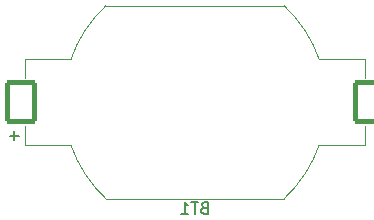
<source format=gbr>
%TF.GenerationSoftware,KiCad,Pcbnew,9.0.3-9.0.3-0~ubuntu24.04.1*%
%TF.CreationDate,2025-07-10T17:18:30-04:00*%
%TF.ProjectId,tire_sensor,74697265-5f73-4656-9e73-6f722e6b6963,rev?*%
%TF.SameCoordinates,Original*%
%TF.FileFunction,Legend,Bot*%
%TF.FilePolarity,Positive*%
%FSLAX46Y46*%
G04 Gerber Fmt 4.6, Leading zero omitted, Abs format (unit mm)*
G04 Created by KiCad (PCBNEW 9.0.3-9.0.3-0~ubuntu24.04.1) date 2025-07-10 17:18:30*
%MOMM*%
%LPD*%
G01*
G04 APERTURE LIST*
G04 Aperture macros list*
%AMRoundRect*
0 Rectangle with rounded corners*
0 $1 Rounding radius*
0 $2 $3 $4 $5 $6 $7 $8 $9 X,Y pos of 4 corners*
0 Add a 4 corners polygon primitive as box body*
4,1,4,$2,$3,$4,$5,$6,$7,$8,$9,$2,$3,0*
0 Add four circle primitives for the rounded corners*
1,1,$1+$1,$2,$3*
1,1,$1+$1,$4,$5*
1,1,$1+$1,$6,$7*
1,1,$1+$1,$8,$9*
0 Add four rect primitives between the rounded corners*
20,1,$1+$1,$2,$3,$4,$5,0*
20,1,$1+$1,$4,$5,$6,$7,0*
20,1,$1+$1,$6,$7,$8,$9,0*
20,1,$1+$1,$8,$9,$2,$3,0*%
G04 Aperture macros list end*
%ADD10C,0.150000*%
%ADD11C,0.120000*%
%ADD12C,1.143000*%
%ADD13RoundRect,0.211723X-1.164477X-1.614477X1.164477X-1.614477X1.164477X1.614477X-1.164477X1.614477X0*%
G04 APERTURE END LIST*
D10*
X83535714Y52818991D02*
X83392857Y52771372D01*
X83392857Y52771372D02*
X83345238Y52723753D01*
X83345238Y52723753D02*
X83297619Y52628515D01*
X83297619Y52628515D02*
X83297619Y52485658D01*
X83297619Y52485658D02*
X83345238Y52390420D01*
X83345238Y52390420D02*
X83392857Y52342800D01*
X83392857Y52342800D02*
X83488095Y52295181D01*
X83488095Y52295181D02*
X83869047Y52295181D01*
X83869047Y52295181D02*
X83869047Y53295181D01*
X83869047Y53295181D02*
X83535714Y53295181D01*
X83535714Y53295181D02*
X83440476Y53247562D01*
X83440476Y53247562D02*
X83392857Y53199943D01*
X83392857Y53199943D02*
X83345238Y53104705D01*
X83345238Y53104705D02*
X83345238Y53009467D01*
X83345238Y53009467D02*
X83392857Y52914229D01*
X83392857Y52914229D02*
X83440476Y52866610D01*
X83440476Y52866610D02*
X83535714Y52818991D01*
X83535714Y52818991D02*
X83869047Y52818991D01*
X83011904Y53295181D02*
X82440476Y53295181D01*
X82726190Y52295181D02*
X82726190Y53295181D01*
X81583333Y52295181D02*
X82154761Y52295181D01*
X81869047Y52295181D02*
X81869047Y53295181D01*
X81869047Y53295181D02*
X81964285Y53152324D01*
X81964285Y53152324D02*
X82059523Y53057086D01*
X82059523Y53057086D02*
X82154761Y53009467D01*
X67830951Y58891134D02*
X67069047Y58891134D01*
X67449999Y58510181D02*
X67449999Y59272086D01*
D11*
%TO.C,BT1*%
X93264300Y58130000D02*
G75*
G02*
X90293600Y53580000I-10576062J3660336D01*
G01*
X90293600Y69920000D02*
G75*
G02*
X93264300Y65370000I-7605362J-8210336D01*
G01*
X75206400Y53580000D02*
G75*
G02*
X72235699Y58130000I7605320J8210310D01*
G01*
X72235700Y65370000D02*
G75*
G02*
X75206400Y69920000I10576100J-3660360D01*
G01*
X97120000Y58130000D02*
X97120000Y59740000D01*
X97120000Y63760000D02*
X97120000Y65370000D01*
X97120000Y65370000D02*
X93264300Y65370000D01*
X93264300Y58130000D02*
X97120000Y58130000D01*
X90293600Y69920000D02*
X75206400Y69920000D01*
X75206400Y53580000D02*
X90293600Y53580000D01*
X72235700Y65370000D02*
X68380000Y65370000D01*
X68380000Y58130000D02*
X72235700Y58130000D01*
X68380000Y59740000D02*
X68380000Y58130000D01*
X68380000Y65370000D02*
X68380000Y63760000D01*
%TD*%
%LPC*%
D12*
%TO.C,J1*%
X90480000Y52381000D03*
X90480000Y50349000D03*
X95560000Y51365000D03*
%TD*%
D13*
%TO.C,BT1*%
X97450000Y61750000D03*
X68050000Y61750000D03*
%TD*%
%LPD*%
M02*

</source>
